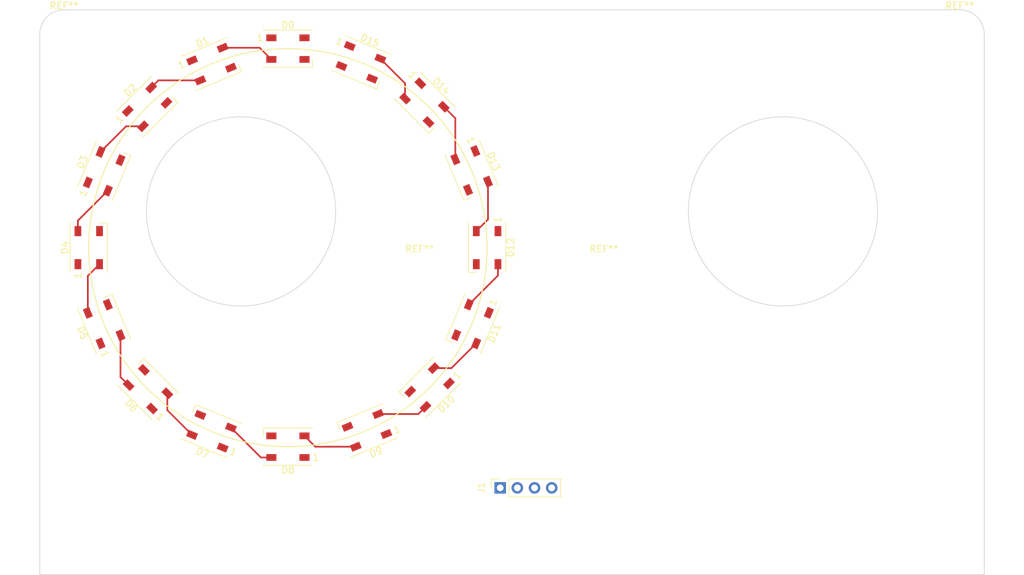
<source format=kicad_pcb>
(kicad_pcb (version 20211014) (generator pcbnew)
  (layers (0 "F.Cu" signal) (31 "B.Cu" signal) (34 "B.Paste" user) (35 "F.Paste" user) (36 "B.SilkS" user "B.Silkscreen") (37 "F.SilkS" user "F.Silkscreen") (38 "B.Mask" user) (39 "F.Mask" user) (44 "Edge.Cuts" user))
  (net 0 "")
  (net 1 "Net-(D0-Pad3)")
  (net 2 "Net-(D0-Pad4)")
  (net 3 "Net-(D0-Pad2)")
  (net 4 "Net-(D0-Pad1)")
  (net 5 "Net-(D1-Pad2)")
  (net 6 "Net-(D2-Pad2)")
  (net 7 "Net-(D3-Pad2)")
  (net 8 "Net-(D4-Pad2)")
  (net 9 "Net-(D5-Pad2)")
  (net 10 "Net-(D6-Pad2)")
  (net 11 "Net-(D8-Pad4)")
  (net 12 "Net-(D9-Pad3)")
  (net 13 "Net-(D9-Pad4)")
  (net 14 "Net-(D9-Pad1)")
  (net 15 "Net-(D9-Pad2)")
  (net 16 "Net-(D10-Pad2)")
  (net 17 "Net-(D11-Pad2)")
  (net 18 "Net-(D12-Pad2)")
  (net 19 "Net-(D13-Pad2)")
  (net 20 "Net-(D14-Pad2)")
  (footprint "MountingHole:MountingHole_3.2mm_M3" (layer "F.Cu") (at 226.706 85.286)
    (fp_text reference "REF**" (at 0 -4.2) (layer "F.SilkS"))
    (fp_text value "MountingHole_3.2mm_M3")
    (pad "" np_thru_hole circle locked (at 0 0) (size 3.2 3.2) (drill 3.2) (layers *.Cu *.Mask))
  )
  (footprint "LED_SMD:LED_WS2812B_PLCC4_5.0x5.0mm_P3.2mm" (layer "F.Cu") (at 179.959 110.363 180)
    (fp_text reference "D8" (at 0 -3.5) (layer "F.SilkS"))
    (fp_text value "WS2812B")
    (fp_text user "1" (at -4.15 -1.6) (layer "F.SilkS"))
    (fp_line (start 3.65 2.75) (end 3.65 1.6) (layer "F.SilkS") (width 0.12))
    (fp_line (start -3.65 2.75) (end 3.65 2.75) (layer "F.SilkS") (width 0.12))
    (fp_line (start -3.65 -2.75) (end 3.65 -2.75) (layer "F.SilkS") (width 0.12))
    (pad "1" smd rect locked (at -2.45 -1.6 180) (size 1.5 1) (layers "F.Cu" "F.Paste" "F.Mask") (net 14 "Net-(D9-Pad1)"))
    (pad "2" smd rect locked (at -2.45 1.6 180) (size 1.5 1) (layers "F.Cu" "F.Paste" "F.Mask") (net 13 "Net-(D9-Pad4)"))
    (pad "3" smd rect locked (at 2.45 1.6 180) (size 1.5 1) (layers "F.Cu" "F.Paste" "F.Mask") (net 12 "Net-(D9-Pad3)"))
    (pad "4" smd rect locked (at 2.45 -1.6 180) (size 1.5 1) (layers "F.Cu" "F.Paste" "F.Mask") (net 11 "Net-(D8-Pad4)"))
  )
  (footprint "LED_SMD:LED_WS2812B_PLCC4_5.0x5.0mm_P3.2mm" (layer "F.Cu") (at 200.152 59.436 -45)
    (fp_text reference "D14" (at 0 -3.5 135) (layer "F.SilkS"))
    (fp_text value "WS2812B")
    (fp_text user "1" (at -4.15 -1.6 135) (layer "F.SilkS"))
    (fp_line (start -3.65 -2.75) (end 3.65 -2.75) (layer "F.SilkS") (width 0.12))
    (fp_line (start 3.65 2.75) (end 3.65 1.6) (layer "F.SilkS") (width 0.12))
    (fp_line (start -3.65 2.75) (end 3.65 2.75) (layer "F.SilkS") (width 0.12))
    (pad "1" smd rect locked (at -2.45 -1.6 315) (size 1.5 1) (layers "F.Cu" "F.Paste" "F.Mask") (net 14 "Net-(D9-Pad1)"))
    (pad "2" smd rect locked (at -2.45 1.6 315) (size 1.5 1) (layers "F.Cu" "F.Paste" "F.Mask") (net 20 "Net-(D14-Pad2)"))
    (pad "3" smd rect locked (at 2.45 1.6 315) (size 1.5 1) (layers "F.Cu" "F.Paste" "F.Mask") (net 12 "Net-(D9-Pad3)"))
    (pad "4" smd rect locked (at 2.45 -1.6 315) (size 1.5 1) (layers "F.Cu" "F.Paste" "F.Mask") (net 19 "Net-(D13-Pad2)"))
  )
  (footprint "LED_SMD:LED_WS2812B_PLCC4_5.0x5.0mm_P3.2mm" (layer "F.Cu") (at 168.656 108.077 157.5)
    (fp_text reference "D7" (at 0 -3.5 157.5) (layer "F.SilkS"))
    (fp_text value "WS2812B")
    (fp_text user "1" (at -4.15 -1.6 157.5) (layer "F.SilkS"))
    (fp_line (start 3.65 2.75) (end 3.65 1.6) (layer "F.SilkS") (width 0.12))
    (fp_line (start -3.65 -2.75) (end 3.65 -2.75) (layer "F.SilkS") (width 0.12))
    (fp_line (start -3.65 2.75) (end 3.65 2.75) (layer "F.SilkS") (width 0.12))
    (pad "1" smd rect locked (at -2.45 -1.6 157.5) (size 1.5 1) (layers "F.Cu" "F.Paste" "F.Mask") (net 4 "Net-(D0-Pad1)"))
    (pad "2" smd rect locked (at -2.45 1.6 157.5) (size 1.5 1) (layers "F.Cu" "F.Paste" "F.Mask") (net 11 "Net-(D8-Pad4)"))
    (pad "3" smd rect locked (at 2.45 1.6 157.5) (size 1.5 1) (layers "F.Cu" "F.Paste" "F.Mask") (net 1 "Net-(D0-Pad3)"))
    (pad "4" smd rect locked (at 2.45 -1.6 157.5) (size 1.5 1) (layers "F.Cu" "F.Paste" "F.Mask") (net 10 "Net-(D6-Pad2)"))
  )
  (footprint "MountingHole:MountingHole_3.2mm_M3" (layer "F.Cu") (at 279.356 49.286)
    (fp_text reference "REF**" (at 0 -4.2) (layer "F.SilkS"))
    (fp_text value "MountingHole_3.2mm_M3")
    (pad "" np_thru_hole circle locked (at 0 0) (size 3.2 3.2) (drill 3.2) (layers *.Cu *.Mask))
  )
  (footprint "LED_SMD:LED_WS2812B_PLCC4_5.0x5.0mm_P3.2mm" (layer "F.Cu") (at 207.137 69.469 -67.5)
    (fp_text reference "D13" (at 0 -3.5 112.5) (layer "F.SilkS"))
    (fp_text value "WS2812B")
    (fp_text user "1" (at -4.15 -1.6 112.5) (layer "F.SilkS"))
    (fp_line (start -3.65 -2.75) (end 3.65 -2.75) (layer "F.SilkS") (width 0.12))
    (fp_line (start -3.65 2.75) (end 3.65 2.75) (layer "F.SilkS") (width 0.12))
    (fp_line (start 3.65 2.75) (end 3.65 1.6) (layer "F.SilkS") (width 0.12))
    (pad "1" smd rect locked (at -2.45 -1.6 292.5) (size 1.5 1) (layers "F.Cu" "F.Paste" "F.Mask") (net 14 "Net-(D9-Pad1)"))
    (pad "2" smd rect locked (at -2.45 1.6 292.5) (size 1.5 1) (layers "F.Cu" "F.Paste" "F.Mask") (net 19 "Net-(D13-Pad2)"))
    (pad "3" smd rect locked (at 2.45 1.6 292.5) (size 1.5 1) (layers "F.Cu" "F.Paste" "F.Mask") (net 12 "Net-(D9-Pad3)"))
    (pad "4" smd rect locked (at 2.45 -1.6 292.5) (size 1.5 1) (layers "F.Cu" "F.Paste" "F.Mask") (net 18 "Net-(D12-Pad2)"))
  )
  (footprint "LED_SMD:LED_WS2812B_PLCC4_5.0x5.0mm_P3.2mm" (layer "F.Cu") (at 159.131 60.071 45)
    (fp_text reference "D2" (at 0 -3.5 45) (layer "F.SilkS"))
    (fp_text value "WS2812B")
    (fp_text user "1" (at -4.15 -1.6 45) (layer "F.SilkS"))
    (fp_line (start -3.65 -2.75) (end 3.65 -2.75) (layer "F.SilkS") (width 0.12))
    (fp_line (start 3.65 2.75) (end 3.65 1.6) (layer "F.SilkS") (width 0.12))
    (fp_line (start -3.65 2.75) (end 3.65 2.75) (layer "F.SilkS") (width 0.12))
    (pad "1" smd rect locked (at -2.45 -1.6 45) (size 1.5 1) (layers "F.Cu" "F.Paste" "F.Mask") (net 4 "Net-(D0-Pad1)"))
    (pad "2" smd rect locked (at -2.45 1.6 45) (size 1.5 1) (layers "F.Cu" "F.Paste" "F.Mask") (net 6 "Net-(D2-Pad2)"))
    (pad "3" smd rect locked (at 2.45 1.6 45) (size 1.5 1) (layers "F.Cu" "F.Paste" "F.Mask") (net 1 "Net-(D0-Pad3)"))
    (pad "4" smd rect locked (at 2.45 -1.6 45) (size 1.5 1) (layers "F.Cu" "F.Paste" "F.Mask") (net 5 "Net-(D1-Pad2)"))
  )
  (footprint "LED_SMD:LED_WS2812B_PLCC4_5.0x5.0mm_P3.2mm" (layer "F.Cu") (at 159.258 101.854 135)
    (fp_text reference "D6" (at 0 -3.5 135) (layer "F.SilkS"))
    (fp_text value "WS2812B")
    (fp_text user "1" (at -4.15 -1.6 135) (layer "F.SilkS"))
    (fp_line (start -3.65 2.75) (end 3.65 2.75) (layer "F.SilkS") (width 0.12))
    (fp_line (start -3.65 -2.75) (end 3.65 -2.75) (layer "F.SilkS") (width 0.12))
    (fp_line (start 3.65 2.75) (end 3.65 1.6) (layer "F.SilkS") (width 0.12))
    (pad "1" smd rect locked (at -2.45 -1.6 135) (size 1.5 1) (layers "F.Cu" "F.Paste" "F.Mask") (net 4 "Net-(D0-Pad1)"))
    (pad "2" smd rect locked (at -2.45 1.6 135) (size 1.5 1) (layers "F.Cu" "F.Paste" "F.Mask") (net 10 "Net-(D6-Pad2)"))
    (pad "3" smd rect locked (at 2.45 1.6 135) (size 1.5 1) (layers "F.Cu" "F.Paste" "F.Mask") (net 1 "Net-(D0-Pad3)"))
    (pad "4" smd rect locked (at 2.45 -1.6 135) (size 1.5 1) (layers "F.Cu" "F.Paste" "F.Mask") (net 9 "Net-(D5-Pad2)"))
  )
  (footprint "LED_SMD:LED_WS2812B_PLCC4_5.0x5.0mm_P3.2mm" (layer "F.Cu") (at 168.656 53.721 22.5)
    (fp_text reference "D1" (at 0 -3.5 22.5) (layer "F.SilkS"))
    (fp_text value "WS2812B")
    (fp_text user "1" (at -4.15 -1.6 22.5) (layer "F.SilkS"))
    (fp_line (start -3.65 -2.75) (end 3.65 -2.75) (layer "F.SilkS") (width 0.12))
    (fp_line (start -3.65 2.75) (end 3.65 2.75) (layer "F.SilkS") (width 0.12))
    (fp_line (start 3.65 2.75) (end 3.65 1.6) (layer "F.SilkS") (width 0.12))
    (pad "1" smd rect locked (at -2.45 -1.6 22.5) (size 1.5 1) (layers "F.Cu" "F.Paste" "F.Mask") (net 4 "Net-(D0-Pad1)"))
    (pad "2" smd rect locked (at -2.45 1.6 22.5) (size 1.5 1) (layers "F.Cu" "F.Paste" "F.Mask") (net 5 "Net-(D1-Pad2)"))
    (pad "3" smd rect locked (at 2.45 1.6 22.5) (size 1.5 1) (layers "F.Cu" "F.Paste" "F.Mask") (net 1 "Net-(D0-Pad3)"))
    (pad "4" smd rect locked (at 2.45 -1.6 22.5) (size 1.5 1) (layers "F.Cu" "F.Paste" "F.Mask") (net 3 "Net-(D0-Pad2)"))
  )
  (footprint "LED_SMD:LED_WS2812B_PLCC4_5.0x5.0mm_P3.2mm" (layer "F.Cu") (at 179.959 51.435)
    (fp_text reference "D0" (at 0 -3.5) (layer "F.SilkS"))
    (fp_text value "WS2812B")
    (fp_text user "1" (at -4.15 -1.6) (layer "F.SilkS"))
    (fp_line (start -3.65 2.75) (end 3.65 2.75) (layer "F.SilkS") (width 0.12))
    (fp_line (start 3.65 2.75) (end 3.65 1.6) (layer "F.SilkS") (width 0.12))
    (fp_line (start -3.65 -2.75) (end 3.65 -2.75) (layer "F.SilkS") (width 0.12))
    (pad "1" smd rect locked (at -2.45 -1.6) (size 1.5 1) (layers "F.Cu" "F.Paste" "F.Mask") (net 4 "Net-(D0-Pad1)"))
    (pad "2" smd rect locked (at -2.45 1.6) (size 1.5 1) (layers "F.Cu" "F.Paste" "F.Mask") (net 3 "Net-(D0-Pad2)"))
    (pad "3" smd rect locked (at 2.45 1.6) (size 1.5 1) (layers "F.Cu" "F.Paste" "F.Mask") (net 1 "Net-(D0-Pad3)"))
    (pad "4" smd rect locked (at 2.45 -1.6) (size 1.5 1) (layers "F.Cu" "F.Paste" "F.Mask") (net 2 "Net-(D0-Pad4)"))
  )
  (footprint "LED_SMD:LED_WS2812B_PLCC4_5.0x5.0mm_P3.2mm" (layer "F.Cu") (at 209.423 80.899 -90)
    (fp_text reference "D12" (at 0 -3.5 90) (layer "F.SilkS"))
    (fp_text value "WS2812B")
    (fp_text user "1" (at -4.15 -1.6 90) (layer "F.SilkS"))
    (fp_line (start 3.65 2.75) (end 3.65 1.6) (layer "F.SilkS") (width 0.12))
    (fp_line (start -3.65 2.75) (end 3.65 2.75) (layer "F.SilkS") (width 0.12))
    (fp_line (start -3.65 -2.75) (end 3.65 -2.75) (layer "F.SilkS") (width 0.12))
    (pad "1" smd rect locked (at -2.45 -1.6 270) (size 1.5 1) (layers "F.Cu" "F.Paste" "F.Mask") (net 14 "Net-(D9-Pad1)"))
    (pad "2" smd rect locked (at -2.45 1.6 270) (size 1.5 1) (layers "F.Cu" "F.Paste" "F.Mask") (net 18 "Net-(D12-Pad2)"))
    (pad "3" smd rect locked (at 2.45 1.6 270) (size 1.5 1) (layers "F.Cu" "F.Paste" "F.Mask") (net 12 "Net-(D9-Pad3)"))
    (pad "4" smd rect locked (at 2.45 -1.6 270) (size 1.5 1) (layers "F.Cu" "F.Paste" "F.Mask") (net 17 "Net-(D11-Pad2)"))
  )
  (footprint "LED_SMD:LED_WS2812B_PLCC4_5.0x5.0mm_P3.2mm" (layer "F.Cu") (at 150.495 80.899 90)
    (fp_text reference "D4" (at 0 -3.5 90) (layer "F.SilkS"))
    (fp_text value "WS2812B")
    (fp_text user "1" (at -4.15 -1.6 90) (layer "F.SilkS"))
    (fp_line (start -3.65 -2.75) (end 3.65 -2.75) (layer "F.SilkS") (width 0.12))
    (fp_line (start -3.65 2.75) (end 3.65 2.75) (layer "F.SilkS") (width 0.12))
    (fp_line (start 3.65 2.75) (end 3.65 1.6) (layer "F.SilkS") (width 0.12))
    (pad "1" smd rect locked (at -2.45 -1.6 90) (size 1.5 1) (layers "F.Cu" "F.Paste" "F.Mask") (net 4 "Net-(D0-Pad1)"))
    (pad "2" smd rect locked (at -2.45 1.6 90) (size 1.5 1) (layers "F.Cu" "F.Paste" "F.Mask") (net 8 "Net-(D4-Pad2)"))
    (pad "3" smd rect locked (at 2.45 1.6 90) (size 1.5 1) (layers "F.Cu" "F.Paste" "F.Mask") (net 1 "Net-(D0-Pad3)"))
    (pad "4" smd rect locked (at 2.45 -1.6 90) (size 1.5 1) (layers "F.Cu" "F.Paste" "F.Mask") (net 7 "Net-(D3-Pad2)"))
  )
  (footprint "LED_SMD:LED_WS2812B_PLCC4_5.0x5.0mm_P3.2mm" (layer "F.Cu") (at 191.643 107.95 -157.5)
    (fp_text reference "D9" (at 0 -3.5 22.5) (layer "F.SilkS"))
    (fp_text value "WS2812B")
    (fp_text user "1" (at -4.15 -1.6 22.5) (layer "F.SilkS"))
    (fp_line (start -3.65 -2.75) (end 3.65 -2.75) (layer "F.SilkS") (width 0.12))
    (fp_line (start -3.65 2.75) (end 3.65 2.75) (layer "F.SilkS") (width 0.12))
    (fp_line (start 3.65 2.75) (end 3.65 1.6) (layer "F.SilkS") (width 0.12))
    (pad "1" smd rect locked (at -2.45 -1.6 202.5) (size 1.5 1) (layers "F.Cu" "F.Paste" "F.Mask") (net 14 "Net-(D9-Pad1)"))
    (pad "2" smd rect locked (at -2.45 1.6 202.5) (size 1.5 1) (layers "F.Cu" "F.Paste" "F.Mask") (net 15 "Net-(D9-Pad2)"))
    (pad "3" smd rect locked (at 2.45 1.6 202.5) (size 1.5 1) (layers "F.Cu" "F.Paste" "F.Mask") (net 12 "Net-(D9-Pad3)"))
    (pad "4" smd rect locked (at 2.45 -1.6 202.5) (size 1.5 1) (layers "F.Cu" "F.Paste" "F.Mask") (net 13 "Net-(D9-Pad4)"))
  )
  (footprint "MountingHole:MountingHole_3.2mm_M3" (layer "F.Cu") (at 146.856 49.286)
    (fp_text reference "REF**" (at 0 -4.2) (layer "F.SilkS"))
    (fp_text value "MountingHole_3.2mm_M3")
    (pad "" np_thru_hole circle locked (at 0 0) (size 3.2 3.2) (drill 3.2) (layers *.Cu *.Mask))
  )
  (footprint "MountingHole:MountingHole_3.2mm_M3" (layer "F.Cu") (at 199.456 85.286)
    (fp_text reference "REF**" (at 0 -4.2) (layer "F.SilkS"))
    (fp_text value "MountingHole_3.2mm_M3")
    (pad "" np_thru_hole circle locked (at 0 0) (size 3.2 3.2) (drill 3.2) (layers *.Cu *.Mask))
  )
  (footprint "LED_SMD:LED_WS2812B_PLCC4_5.0x5.0mm_P3.2mm" (layer "F.Cu") (at 207.264 92.202 -112.5)
    (fp_text reference "D11" (at 0 -3.5 67.5) (layer "F.SilkS"))
    (fp_text value "WS2812B")
    (fp_text user "1" (at -4.15 -1.6 67.5) (layer "F.SilkS"))
    (fp_line (start -3.65 2.75) (end 3.65 2.75) (layer "F.SilkS") (width 0.12))
    (fp_line (start 3.65 2.75) (end 3.65 1.6) (layer "F.SilkS") (width 0.12))
    (fp_line (start -3.65 -2.75) (end 3.65 -2.75) (layer "F.SilkS") (width 0.12))
    (pad "1" smd rect locked (at -2.45 -1.6 247.5) (size 1.5 1) (layers "F.Cu" "F.Paste" "F.Mask") (net 14 "Net-(D9-Pad1)"))
    (pad "2" smd rect locked (at -2.45 1.6 247.5) (size 1.5 1) (layers "F.Cu" "F.Paste" "F.Mask") (net 17 "Net-(D11-Pad2)"))
    (pad "3" smd rect locked (at 2.45 1.6 247.5) (size 1.5 1) (layers "F.Cu" "F.Paste" "F.Mask") (net 12 "Net-(D9-Pad3)"))
    (pad "4" smd rect locked (at 2.45 -1.6 247.5) (size 1.5 1) (layers "F.Cu" "F.Paste" "F.Mask") (net 16 "Net-(D10-Pad2)"))
  )
  (footprint "LED_SMD:LED_WS2812B_PLCC4_5.0x5.0mm_P3.2mm" (layer "F.Cu") (at 190.754 53.467 -22.5)
    (fp_text reference "D15" (at 0 -3.5 157.5) (layer "F.SilkS"))
    (fp_text value "WS2812B")
    (fp_text user "1" (at -4.15 -1.6 157.5) (layer "F.SilkS"))
    (fp_line (start -3.65 -2.75) (end 3.65 -2.75) (layer "F.SilkS") (width 0.12))
    (fp_line (start 3.65 2.75) (end 3.65 1.6) (layer "F.SilkS") (width 0.12))
    (fp_line (start -3.65 2.75) (end 3.65 2.75) (layer "F.SilkS") (width 0.12))
    (pad "1" smd rect locked (at -2.45 -1.6 337.5) (size 1.5 1) (layers "F.Cu" "F.Paste" "F.Mask") (net 14 "Net-(D9-Pad1)"))
    (pad "2" smd rect locked (at -2.45 1.6 337.5) (size 1.5 1) (layers "F.Cu" "F.Paste" "F.Mask"))
    (pad "3" smd rect locked (at 2.45 1.6 337.5) (size 1.5 1) (layers "F.Cu" "F.Paste" "F.Mask") (net 12 "Net-(D9-Pad3)"))
    (pad "4" smd rect locked (at 2.45 -1.6 337.5) (size 1.5 1) (layers "F.Cu" "F.Paste" "F.Mask") (net 20 "Net-(D14-Pad2)"))
  )
  (footprint "Connector_PinSocket_2.54mm:PinSocket_1x04_P2.54mm_Vertical" (layer "F.Cu") (at 211.356 116.461 90)
    (fp_text reference "J1" (at 0 -2.77 90) (layer "F.SilkS"))
    (fp_text value "Conn_01x04_Female")
    (fp_line (start -1.33 1.27) (end -1.33 8.95) (layer "F.SilkS") (width 0.12))
    (fp_line (start 1.33 1.27) (end 1.33 8.95) (layer "F.SilkS") (width 0.12))
    (fp_line (start -1.33 1.27) (end 1.33 1.27) (layer "F.SilkS") (width 0.12))
    (fp_line (start 0 -1.33) (end 1.33 -1.33) (layer "F.SilkS") (width 0.12))
    (fp_line (start 1.33 -1.33) (end 1.33 0) (layer "F.SilkS") (width 0.12))
    (fp_line (start -1.33 8.95) (end 1.33 8.95) (layer "F.SilkS") (width 0.12))
    (pad "1" thru_hole rect locked (at 0 0 90) (size 1.7 1.7) (drill 1) (layers *.Cu *.Mask) (net 1 "Net-(D0-Pad3)"))
    (pad "2" thru_hole oval locked (at 0 2.54 90) (size 1.7 1.7) (drill 1) (layers *.Cu *.Mask) (net 4 "Net-(D0-Pad1)"))
    (pad "3" thru_hole oval locked (at 0 5.08 90) (size 1.7 1.7) (drill 1) (layers *.Cu *.Mask) (net 2 "Net-(D0-Pad4)"))
    (pad "4" thru_hole oval locked (at 0 7.62 90) (size 1.7 1.7) (drill 1) (layers *.Cu *.Mask))
  )
  (footprint "LED_SMD:LED_WS2812B_PLCC4_5.0x5.0mm_P3.2mm" (layer "F.Cu") (at 200.914 101.6 -135)
    (fp_text reference "D10" (at 0 -3.5 45) (layer "F.SilkS"))
    (fp_text value "WS2812B")
    (fp_text user "1" (at -4.15 -1.6 45) (layer "F.SilkS"))
    (fp_line (start -3.65 2.75) (end 3.65 2.75) (layer "F.SilkS") (width 0.12))
    (fp_line (start 3.65 2.75) (end 3.65 1.6) (layer "F.SilkS") (width 0.12))
    (fp_line (start -3.65 -2.75) (end 3.65 -2.75) (layer "F.SilkS") (width 0.12))
    (pad "1" smd rect locked (at -2.45 -1.6 225) (size 1.5 1) (layers "F.Cu" "F.Paste" "F.Mask") (net 14 "Net-(D9-Pad1)"))
    (pad "2" smd rect locked (at -2.45 1.6 225) (size 1.5 1) (layers "F.Cu" "F.Paste" "F.Mask") (net 16 "Net-(D10-Pad2)"))
    (pad "3" smd rect locked (at 2.45 1.6 225) (size 1.5 1) (layers "F.Cu" "F.Paste" "F.Mask") (net 12 "Net-(D9-Pad3)"))
    (pad "4" smd rect locked (at 2.45 -1.6 225) (size 1.5 1) (layers "F.Cu" "F.Paste" "F.Mask") (net 15 "Net-(D9-Pad2)"))
  )
  (footprint "LED_SMD:LED_WS2812B_PLCC4_5.0x5.0mm_P3.2mm" (layer "F.Cu") (at 152.781 92.202 112.5)
    (fp_text reference "D5" (at 0 -3.5 112.5) (layer "F.SilkS"))
    (fp_text value "WS2812B")
    (fp_text user "1" (at -4.15 -1.6 112.5) (layer "F.SilkS"))
    (fp_line (start -3.65 2.75) (end 3.65 2.75) (layer "F.SilkS") (width 0.12))
    (fp_line (start -3.65 -2.75) (end 3.65 -2.75) (layer "F.SilkS") (width 0.12))
    (fp_line (start 3.65 2.75) (end 3.65 1.6) (layer "F.SilkS") (width 0.12))
    (pad "1" smd rect locked (at -2.45 -1.6 112.5) (size 1.5 1) (layers "F.Cu" "F.Paste" "F.Mask") (net 4 "Net-(D0-Pad1)"))
    (pad "2" smd rect locked (at -2.45 1.6 112.5) (size 1.5 1) (layers "F.Cu" "F.Paste" "F.Mask") (net 9 "Net-(D5-Pad2)"))
    (pad "3" smd rect locked (at 2.45 1.6 112.5) (size 1.5 1) (layers "F.Cu" "F.Paste" "F.Mask") (net 1 "Net-(D0-Pad3)"))
    (pad "4" smd rect locked (at 2.45 -1.6 112.5) (size 1.5 1) (layers "F.Cu" "F.Paste" "F.Mask") (net 8 "Net-(D4-Pad2)"))
  )
  (footprint "LED_SMD:LED_WS2812B_PLCC4_5.0x5.0mm_P3.2mm" (layer "F.Cu") (at 152.781 69.596 67.5)
    (fp_text reference "D3" (at 0 -3.5 67.5) (layer "F.SilkS"))
    (fp_text value "WS2812B")
    (fp_text user "1" (at -4.15 -1.6 67.5) (layer "F.SilkS"))
    (fp_line (start 3.65 2.75) (end 3.65 1.6) (layer "F.SilkS") (width 0.12))
    (fp_line (start -3.65 -2.75) (end 3.65 -2.75) (layer "F.SilkS") (width 0.12))
    (fp_line (start -3.65 2.75) (end 3.65 2.75) (layer "F.SilkS") (width 0.12))
    (pad "1" smd rect locked (at -2.45 -1.6 67.5) (size 1.5 1) (layers "F.Cu" "F.Paste" "F.Mask") (net 4 "Net-(D0-Pad1)"))
    (pad "2" smd rect locked (at -2.45 1.6 67.5) (size 1.5 1) (layers "F.Cu" "F.Paste" "F.Mask") (net 7 "Net-(D3-Pad2)"))
    (pad "3" smd rect locked (at 2.45 1.6 67.5) (size 1.5 1) (layers "F.Cu" "F.Paste" "F.Mask") (net 1 "Net-(D0-Pad3)"))
    (pad "4" smd rect locked (at 2.45 -1.6 67.5) (size 1.5 1) (layers "F.Cu" "F.Paste" "F.Mask") (net 6 "Net-(D2-Pad2)"))
  )
  (gr_circle (center 179.959 80.899) (end 179.959 110.363) (layer "F.SilkS") (width 0.15) (fill none))
  (gr_arc (start 279.356 45.686) (mid 281.901584 46.740416) (end 282.956 49.286) (layer "Edge.Cuts") (width 0.1))
  (gr_line (start 279.356 45.686) (end 146.856 45.686) (layer "Edge.Cuts") (width 0.1))
  (gr_line (start 143.256 85.286) (end 143.256 129.286) (layer "Edge.Cuts") (width 0.1))
  (gr_line (start 143.256 49.286) (end 143.256 85.286) (layer "Edge.Cuts") (width 0.1))
  (gr_line (start 282.956 85.286) (end 282.956 129.286) (layer "Edge.Cuts") (width 0.1))
  (gr_circle (center 253.186 75.536) (end 253.216 89.536) (layer "Edge.Cuts") (width 0.1) (fill none))
  (gr_line (start 143.256 129.286) (end 282.956 129.286) (layer "Edge.Cuts") (width 0.1))
  (gr_line (start 282.956 49.286) (end 282.956 85.286) (layer "Edge.Cuts") (width 0.1))
  (gr_arc (start 143.256 49.286) (mid 144.310416 46.740416) (end 146.856 45.686) (layer "Edge.Cuts") (width 0.1))
  (gr_circle (center 173.026 75.536) (end 172.966 89.536) (layer "Edge.Cuts") (width 0.1) (fill none))
  (segment (start 170.307211 51.305218) (end 175.779218 51.305218) (width 0.25) (layer "F.Cu") (net 3))
  (segment (start 175.779218 51.305218) (end 177.509 53.035) (width 0.25) (layer "F.Cu") (net 3))
  (segment (start 167.004789 56.136782) (end 160.802477 56.136782) (width 0.25) (layer "F.Cu") (net 5))
  (segment (start 160.802477 56.136782) (end 159.732041 57.207218) (width 0.25) (layer "F.Cu") (net 5))
  (segment (start 156.025787 62.934782) (end 158.529959 62.934782) (width 0.25) (layer "F.Cu") (net 6))
  (segment (start 152.240367 66.720202) (end 156.025787 62.934782) (width 0.25) (layer "F.Cu") (net 6))
  (segment (start 148.895 76.898431) (end 153.321633 72.471798) (width 0.25) (layer "F.Cu") (net 7))
  (segment (start 148.895 78.449) (end 148.895 76.898431) (width 0.25) (layer "F.Cu") (net 7))
  (segment (start 150.365218 90.550789) (end 150.365218 85.078782) (width 0.25) (layer "F.Cu") (net 8))
  (segment (start 150.365218 85.078782) (end 152.095 83.349) (width 0.25) (layer "F.Cu") (net 8))
  (segment (start 155.196782 100.055523) (end 155.196782 93.853211) (width 0.25) (layer "F.Cu") (net 9))
  (segment (start 156.394218 101.252959) (end 155.196782 100.055523) (width 0.25) (layer "F.Cu") (net 9))
  (segment (start 162.121782 104.959213) (end 162.121782 102.455041) (width 0.25) (layer "F.Cu") (net 10))
  (segment (start 165.780202 108.617633) (end 162.121782 104.959213) (width 0.25) (layer "F.Cu") (net 10))
  (segment (start 177.509 111.963) (end 175.958431 111.963) (width 0.25) (layer "F.Cu") (net 11))
  (segment (start 175.958431 111.963) (end 171.531798 107.536367) (width 0.25) (layer "F.Cu") (net 11))
  (segment (start 189.991789 110.365782) (end 184.011782 110.365782) (width 0.25) (layer "F.Cu") (net 13))
  (segment (start 184.011782 110.365782) (end 182.409 108.763) (width 0.25) (layer "F.Cu") (net 13))
  (segment (start 200.312959 104.463782) (end 199.242523 105.534218) (width 0.25) (layer "F.Cu") (net 15))
  (segment (start 199.242523 105.534218) (end 193.294211 105.534218) (width 0.25) (layer "F.Cu") (net 15))
  (segment (start 204.146213 98.736218) (end 201.515041 98.736218) (width 0.25) (layer "F.Cu") (net 16))
  (segment (start 207.804633 95.077798) (end 204.146213 98.736218) (width 0.25) (layer "F.Cu") (net 16))
  (segment (start 211.023 85.026569) (end 206.723367 89.326202) (width 0.25) (layer "F.Cu") (net 17))
  (segment (start 211.023 83.349) (end 211.023 85.026569) (width 0.25) (layer "F.Cu") (net 17))
  (segment (start 209.552782 71.120211) (end 209.552782 76.719218) (width 0.25) (layer "F.Cu") (net 18))
  (segment (start 209.552782 76.719218) (end 207.823 78.449) (width 0.25) (layer "F.Cu") (net 18))
  (segment (start 203.015782 60.037041) (end 204.721218 61.742477) (width 0.25) (layer "F.Cu") (net 19))
  (segment (start 204.721218 61.742477) (end 204.721218 67.817789) (width 0.25) (layer "F.Cu") (net 19))
  (segment (start 197.288218 56.584787) (end 197.288218 58.834959) (width 0.25) (layer "F.Cu") (net 20))
  (segment (start 193.629798 52.926367) (end 197.288218 56.584787) (width 0.25) (layer "F.Cu") (net 20))
)
</source>
